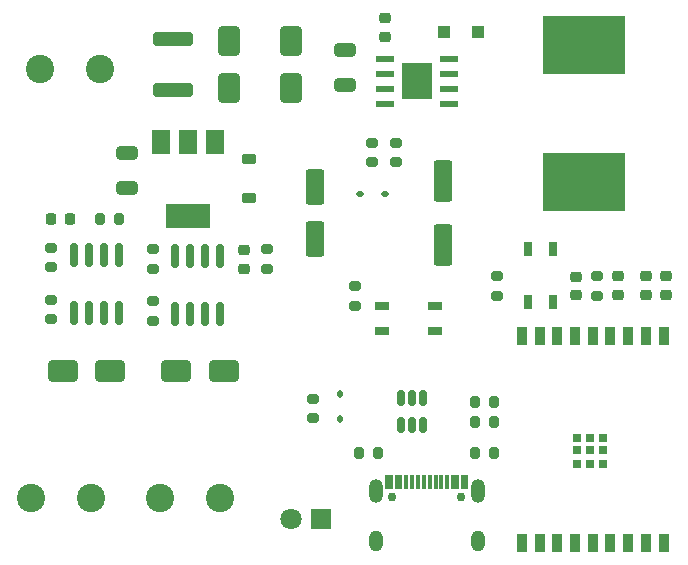
<source format=gbr>
%TF.GenerationSoftware,KiCad,Pcbnew,8.0.2*%
%TF.CreationDate,2024-05-12T21:13:41+02:00*%
%TF.ProjectId,irrigation,69727269-6761-4746-996f-6e2e6b696361,0.3*%
%TF.SameCoordinates,Original*%
%TF.FileFunction,Soldermask,Top*%
%TF.FilePolarity,Negative*%
%FSLAX46Y46*%
G04 Gerber Fmt 4.6, Leading zero omitted, Abs format (unit mm)*
G04 Created by KiCad (PCBNEW 8.0.2) date 2024-05-12 21:13:41*
%MOMM*%
%LPD*%
G01*
G04 APERTURE LIST*
G04 Aperture macros list*
%AMRoundRect*
0 Rectangle with rounded corners*
0 $1 Rounding radius*
0 $2 $3 $4 $5 $6 $7 $8 $9 X,Y pos of 4 corners*
0 Add a 4 corners polygon primitive as box body*
4,1,4,$2,$3,$4,$5,$6,$7,$8,$9,$2,$3,0*
0 Add four circle primitives for the rounded corners*
1,1,$1+$1,$2,$3*
1,1,$1+$1,$4,$5*
1,1,$1+$1,$6,$7*
1,1,$1+$1,$8,$9*
0 Add four rect primitives between the rounded corners*
20,1,$1+$1,$2,$3,$4,$5,0*
20,1,$1+$1,$4,$5,$6,$7,0*
20,1,$1+$1,$6,$7,$8,$9,0*
20,1,$1+$1,$8,$9,$2,$3,0*%
G04 Aperture macros list end*
%ADD10RoundRect,0.250000X0.650000X-1.000000X0.650000X1.000000X-0.650000X1.000000X-0.650000X-1.000000X0*%
%ADD11RoundRect,0.200000X0.200000X0.275000X-0.200000X0.275000X-0.200000X-0.275000X0.200000X-0.275000X0*%
%ADD12RoundRect,0.200000X0.275000X-0.200000X0.275000X0.200000X-0.275000X0.200000X-0.275000X-0.200000X0*%
%ADD13R,7.000000X5.000000*%
%ADD14RoundRect,0.225000X-0.250000X0.225000X-0.250000X-0.225000X0.250000X-0.225000X0.250000X0.225000X0*%
%ADD15C,2.400000*%
%ADD16R,1.800000X1.800000*%
%ADD17C,1.800000*%
%ADD18RoundRect,0.250000X-0.550000X1.250000X-0.550000X-1.250000X0.550000X-1.250000X0.550000X1.250000X0*%
%ADD19RoundRect,0.218750X0.256250X-0.218750X0.256250X0.218750X-0.256250X0.218750X-0.256250X-0.218750X0*%
%ADD20RoundRect,0.225000X0.250000X-0.225000X0.250000X0.225000X-0.250000X0.225000X-0.250000X-0.225000X0*%
%ADD21R,1.300000X0.700000*%
%ADD22RoundRect,0.250000X0.300000X0.300000X-0.300000X0.300000X-0.300000X-0.300000X0.300000X-0.300000X0*%
%ADD23RoundRect,0.150000X-0.150000X0.512500X-0.150000X-0.512500X0.150000X-0.512500X0.150000X0.512500X0*%
%ADD24R,1.550000X0.600000*%
%ADD25R,2.600000X3.100000*%
%ADD26RoundRect,0.218750X-0.218750X-0.256250X0.218750X-0.256250X0.218750X0.256250X-0.218750X0.256250X0*%
%ADD27RoundRect,0.250000X-0.650000X0.325000X-0.650000X-0.325000X0.650000X-0.325000X0.650000X0.325000X0*%
%ADD28RoundRect,0.150000X-0.150000X0.825000X-0.150000X-0.825000X0.150000X-0.825000X0.150000X0.825000X0*%
%ADD29RoundRect,0.112500X0.187500X0.112500X-0.187500X0.112500X-0.187500X-0.112500X0.187500X-0.112500X0*%
%ADD30RoundRect,0.200000X-0.275000X0.200000X-0.275000X-0.200000X0.275000X-0.200000X0.275000X0.200000X0*%
%ADD31RoundRect,0.112500X-0.112500X0.187500X-0.112500X-0.187500X0.112500X-0.187500X0.112500X0.187500X0*%
%ADD32RoundRect,0.225000X-0.375000X0.225000X-0.375000X-0.225000X0.375000X-0.225000X0.375000X0.225000X0*%
%ADD33R,0.700000X1.300000*%
%ADD34RoundRect,0.250000X0.650000X-0.325000X0.650000X0.325000X-0.650000X0.325000X-0.650000X-0.325000X0*%
%ADD35RoundRect,0.200000X-0.200000X-0.275000X0.200000X-0.275000X0.200000X0.275000X-0.200000X0.275000X0*%
%ADD36RoundRect,0.250000X1.450000X-0.312500X1.450000X0.312500X-1.450000X0.312500X-1.450000X-0.312500X0*%
%ADD37RoundRect,0.250000X1.000000X0.650000X-1.000000X0.650000X-1.000000X-0.650000X1.000000X-0.650000X0*%
%ADD38C,0.750000*%
%ADD39O,1.200000X2.000000*%
%ADD40O,1.200000X1.800000*%
%ADD41R,0.300000X1.300000*%
%ADD42R,1.500000X2.000000*%
%ADD43R,3.800000X2.000000*%
%ADD44R,0.900000X1.500000*%
%ADD45R,0.700000X0.700000*%
%ADD46RoundRect,0.250000X-0.550000X1.500000X-0.550000X-1.500000X0.550000X-1.500000X0.550000X1.500000X0*%
G04 APERTURE END LIST*
D10*
%TO.C,D3*%
X135750000Y-41500000D03*
X135750000Y-37500000D03*
%TD*%
D11*
%TO.C,R15*%
X143100000Y-72400000D03*
X141450000Y-72400000D03*
%TD*%
D12*
%TO.C,R4*%
X115395000Y-56700000D03*
X115395000Y-55050000D03*
%TD*%
D13*
%TO.C,L1*%
X160500000Y-37900000D03*
X160500000Y-49500000D03*
%TD*%
D14*
%TO.C,C6*%
X159850000Y-57475000D03*
X159850000Y-59025000D03*
%TD*%
D12*
%TO.C,R1*%
X142600000Y-47800000D03*
X142600000Y-46150000D03*
%TD*%
%TO.C,R9*%
X141100000Y-59950000D03*
X141100000Y-58300000D03*
%TD*%
D15*
%TO.C,J1*%
X114459000Y-39900000D03*
X119539000Y-39900000D03*
%TD*%
D12*
%TO.C,R10*%
X115395000Y-61100000D03*
X115395000Y-59450000D03*
%TD*%
D16*
%TO.C,J5*%
X138270000Y-78000000D03*
D17*
X135730000Y-78000000D03*
%TD*%
D12*
%TO.C,R6*%
X133700000Y-56825000D03*
X133700000Y-55175000D03*
%TD*%
D18*
%TO.C,C4*%
X137700000Y-49900000D03*
X137700000Y-54300000D03*
%TD*%
D19*
%TO.C,D7*%
X131700000Y-56800000D03*
X131700000Y-55225000D03*
%TD*%
D20*
%TO.C,C7*%
X163400000Y-59000000D03*
X163400000Y-57450000D03*
%TD*%
D21*
%TO.C,SW2*%
X143400000Y-59950000D03*
X147900000Y-59950000D03*
X143400000Y-62100000D03*
X147900000Y-62100000D03*
%TD*%
D22*
%TO.C,D1*%
X151500000Y-36800000D03*
X148700000Y-36800000D03*
%TD*%
D20*
%TO.C,C9*%
X167500000Y-59000000D03*
X167500000Y-57450000D03*
%TD*%
D23*
%TO.C,U3*%
X146900000Y-67725000D03*
X145950000Y-67725000D03*
X145000000Y-67725000D03*
X145000000Y-70000000D03*
X145950000Y-70000000D03*
X146900000Y-70000000D03*
%TD*%
D12*
%TO.C,R11*%
X124000000Y-61200000D03*
X124000000Y-59550000D03*
%TD*%
D24*
%TO.C,U1*%
X143700000Y-39045000D03*
X143700000Y-40315000D03*
X143700000Y-41585000D03*
X143700000Y-42855000D03*
X149100000Y-42855000D03*
X149100000Y-41585000D03*
X149100000Y-40315000D03*
X149100000Y-39045000D03*
D25*
X146400000Y-40950000D03*
%TD*%
D26*
%TO.C,D6*%
X115425000Y-52600000D03*
X117000000Y-52600000D03*
%TD*%
D15*
%TO.C,J3*%
X129700000Y-76200000D03*
X124620000Y-76200000D03*
%TD*%
%TO.C,J2*%
X118740000Y-76200000D03*
X113660000Y-76200000D03*
%TD*%
D27*
%TO.C,C3*%
X121850000Y-47050000D03*
X121850000Y-50000000D03*
%TD*%
D20*
%TO.C,C8*%
X165730000Y-59000000D03*
X165730000Y-57450000D03*
%TD*%
D28*
%TO.C,Q1*%
X121105000Y-55625000D03*
X119835000Y-55625000D03*
X118565000Y-55625000D03*
X117295000Y-55625000D03*
X117295000Y-60575000D03*
X118565000Y-60575000D03*
X119835000Y-60575000D03*
X121105000Y-60575000D03*
%TD*%
%TO.C,Q2*%
X129725000Y-55725000D03*
X128455000Y-55725000D03*
X127185000Y-55725000D03*
X125915000Y-55725000D03*
X125915000Y-60675000D03*
X127185000Y-60675000D03*
X128455000Y-60675000D03*
X129725000Y-60675000D03*
%TD*%
D29*
%TO.C,D5*%
X143650000Y-50500000D03*
X141550000Y-50500000D03*
%TD*%
D30*
%TO.C,R8*%
X161650000Y-57425000D03*
X161650000Y-59075000D03*
%TD*%
D11*
%TO.C,R14*%
X152925000Y-69800000D03*
X151275000Y-69800000D03*
%TD*%
D31*
%TO.C,D10*%
X139850000Y-67450000D03*
X139850000Y-69550000D03*
%TD*%
D11*
%TO.C,R12*%
X152925000Y-68050000D03*
X151275000Y-68050000D03*
%TD*%
D32*
%TO.C,D4*%
X132150000Y-47550000D03*
X132150000Y-50850000D03*
%TD*%
D33*
%TO.C,SW1*%
X155750000Y-59600000D03*
X155750000Y-55100000D03*
X157900000Y-59600000D03*
X157900000Y-55100000D03*
%TD*%
D34*
%TO.C,C2*%
X140250000Y-41225000D03*
X140250000Y-38275000D03*
%TD*%
D35*
%TO.C,R16*%
X151250000Y-72400000D03*
X152900000Y-72400000D03*
%TD*%
D12*
%TO.C,R2*%
X144600000Y-47800000D03*
X144600000Y-46150000D03*
%TD*%
D36*
%TO.C,F1*%
X125750000Y-41637500D03*
X125750000Y-37362500D03*
%TD*%
D11*
%TO.C,R3*%
X121150000Y-52600000D03*
X119500000Y-52600000D03*
%TD*%
D10*
%TO.C,D2*%
X130500000Y-41500000D03*
X130500000Y-37500000D03*
%TD*%
D12*
%TO.C,R5*%
X124000000Y-56800000D03*
X124000000Y-55150000D03*
%TD*%
D30*
%TO.C,R7*%
X153150000Y-57425000D03*
X153150000Y-59075000D03*
%TD*%
D20*
%TO.C,C1*%
X143700000Y-37150000D03*
X143700000Y-35600000D03*
%TD*%
D37*
%TO.C,D8*%
X120400000Y-65500000D03*
X116400000Y-65500000D03*
%TD*%
D38*
%TO.C,J4*%
X144300000Y-76145500D03*
X150100000Y-76145500D03*
D39*
X142875000Y-75645500D03*
X151525000Y-75645500D03*
D40*
X151525000Y-79825500D03*
X142875000Y-79825500D03*
D41*
X143850000Y-74877500D03*
X144650000Y-74877500D03*
X145950000Y-74877500D03*
X146950000Y-74877500D03*
X147450000Y-74877500D03*
X148450000Y-74877500D03*
X149750000Y-74877500D03*
X150550000Y-74877500D03*
X150250000Y-74877500D03*
X149450000Y-74877500D03*
X148950000Y-74877500D03*
X147950000Y-74877500D03*
X146450000Y-74877500D03*
X145450000Y-74877500D03*
X144950000Y-74877500D03*
X144150000Y-74877500D03*
%TD*%
D42*
%TO.C,U2*%
X129300000Y-46050000D03*
X127000000Y-46050000D03*
D43*
X127000000Y-52350000D03*
D42*
X124700000Y-46050000D03*
%TD*%
D12*
%TO.C,R13*%
X137600000Y-69450000D03*
X137600000Y-67800000D03*
%TD*%
D37*
%TO.C,D9*%
X130000000Y-65500000D03*
X126000000Y-65500000D03*
%TD*%
D44*
%TO.C,U4*%
X167250000Y-62500000D03*
X165750000Y-62500000D03*
X164250000Y-62500000D03*
X162750000Y-62500000D03*
X161250000Y-62500000D03*
X159750000Y-62500000D03*
X158250000Y-62500000D03*
X156750000Y-62500000D03*
X155250000Y-62500000D03*
X155250000Y-80000000D03*
X156750000Y-80000000D03*
X158250000Y-80000000D03*
X159750000Y-80000000D03*
X161250000Y-80000000D03*
X162750000Y-80000000D03*
X164250000Y-80000000D03*
X165750000Y-80000000D03*
X167250000Y-80000000D03*
D45*
X162150000Y-71110000D03*
X161050000Y-71110000D03*
X159950000Y-71110000D03*
X162150000Y-72160000D03*
X161050000Y-72160000D03*
X159950000Y-72160000D03*
X162150000Y-73310000D03*
X161050000Y-73310000D03*
X159950000Y-73310000D03*
%TD*%
D46*
%TO.C,C5*%
X148600000Y-49400000D03*
X148600000Y-54800000D03*
%TD*%
M02*

</source>
